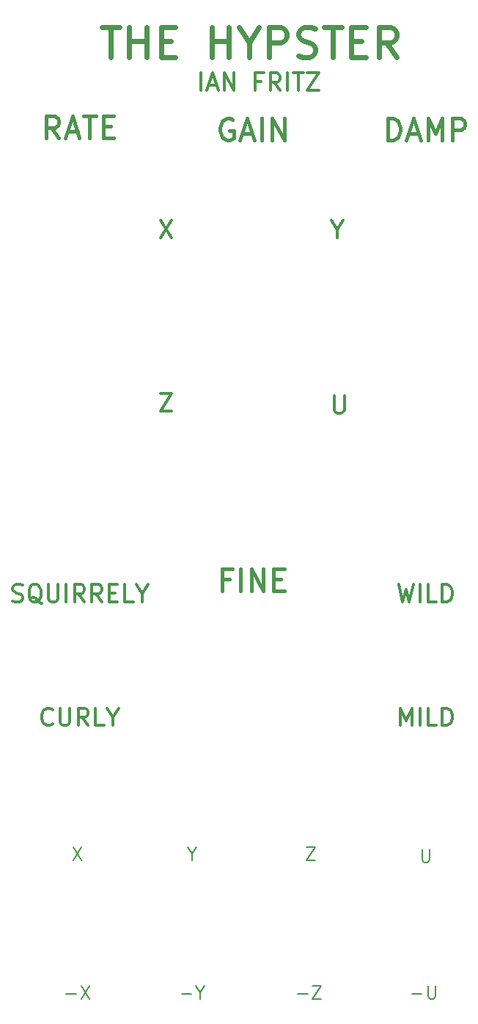
<source format=gbr>
G04 #@! TF.GenerationSoftware,KiCad,Pcbnew,(5.1.5-0)*
G04 #@! TF.CreationDate,2021-01-12T22:37:55-08:00*
G04 #@! TF.ProjectId,hypster,68797073-7465-4722-9e6b-696361645f70,rev?*
G04 #@! TF.SameCoordinates,Original*
G04 #@! TF.FileFunction,Legend,Top*
G04 #@! TF.FilePolarity,Positive*
%FSLAX46Y46*%
G04 Gerber Fmt 4.6, Leading zero omitted, Abs format (unit mm)*
G04 Created by KiCad (PCBNEW (5.1.5-0)) date 2021-01-12 22:37:55*
%MOMM*%
%LPD*%
G04 APERTURE LIST*
%ADD10C,0.200000*%
%ADD11C,0.300000*%
%ADD12C,0.600000*%
%ADD13C,0.400000*%
G04 APERTURE END LIST*
D10*
X8714285Y-363107142D02*
X9857142Y-363107142D01*
X10428571Y-362178571D02*
X11428571Y-363678571D01*
X11428571Y-362178571D02*
X10428571Y-363678571D01*
X22035714Y-363107142D02*
X23178571Y-363107142D01*
X24178571Y-362964285D02*
X24178571Y-363678571D01*
X23678571Y-362178571D02*
X24178571Y-362964285D01*
X24678571Y-362178571D01*
X35464285Y-363107142D02*
X36607142Y-363107142D01*
X37178571Y-362178571D02*
X38178571Y-362178571D01*
X37178571Y-363678571D01*
X38178571Y-363678571D01*
X48642857Y-363107142D02*
X49785714Y-363107142D01*
X50500000Y-362178571D02*
X50500000Y-363392857D01*
X50571428Y-363535714D01*
X50642857Y-363607142D01*
X50785714Y-363678571D01*
X51071428Y-363678571D01*
X51214285Y-363607142D01*
X51285714Y-363535714D01*
X51357142Y-363392857D01*
X51357142Y-362178571D01*
X49821428Y-346428571D02*
X49821428Y-347642857D01*
X49892857Y-347785714D01*
X49964285Y-347857142D01*
X50107142Y-347928571D01*
X50392857Y-347928571D01*
X50535714Y-347857142D01*
X50607142Y-347785714D01*
X50678571Y-347642857D01*
X50678571Y-346428571D01*
X36500000Y-346178571D02*
X37500000Y-346178571D01*
X36500000Y-347678571D01*
X37500000Y-347678571D01*
X23250000Y-346964285D02*
X23250000Y-347678571D01*
X22750000Y-346178571D02*
X23250000Y-346964285D01*
X23750000Y-346178571D01*
X9500000Y-346178571D02*
X10500000Y-347678571D01*
X10500000Y-346178571D02*
X9500000Y-347678571D01*
D11*
X47297619Y-332154761D02*
X47297619Y-330154761D01*
X47964285Y-331583333D01*
X48630952Y-330154761D01*
X48630952Y-332154761D01*
X49583333Y-332154761D02*
X49583333Y-330154761D01*
X51488095Y-332154761D02*
X50535714Y-332154761D01*
X50535714Y-330154761D01*
X52154761Y-332154761D02*
X52154761Y-330154761D01*
X52630952Y-330154761D01*
X52916666Y-330250000D01*
X53107142Y-330440476D01*
X53202380Y-330630952D01*
X53297619Y-331011904D01*
X53297619Y-331297619D01*
X53202380Y-331678571D01*
X53107142Y-331869047D01*
X52916666Y-332059523D01*
X52630952Y-332154761D01*
X52154761Y-332154761D01*
X7154761Y-331964285D02*
X7059523Y-332059523D01*
X6773809Y-332154761D01*
X6583333Y-332154761D01*
X6297619Y-332059523D01*
X6107142Y-331869047D01*
X6011904Y-331678571D01*
X5916666Y-331297619D01*
X5916666Y-331011904D01*
X6011904Y-330630952D01*
X6107142Y-330440476D01*
X6297619Y-330250000D01*
X6583333Y-330154761D01*
X6773809Y-330154761D01*
X7059523Y-330250000D01*
X7154761Y-330345238D01*
X8011904Y-330154761D02*
X8011904Y-331773809D01*
X8107142Y-331964285D01*
X8202380Y-332059523D01*
X8392857Y-332154761D01*
X8773809Y-332154761D01*
X8964285Y-332059523D01*
X9059523Y-331964285D01*
X9154761Y-331773809D01*
X9154761Y-330154761D01*
X11250000Y-332154761D02*
X10583333Y-331202380D01*
X10107142Y-332154761D02*
X10107142Y-330154761D01*
X10869047Y-330154761D01*
X11059523Y-330250000D01*
X11154761Y-330345238D01*
X11250000Y-330535714D01*
X11250000Y-330821428D01*
X11154761Y-331011904D01*
X11059523Y-331107142D01*
X10869047Y-331202380D01*
X10107142Y-331202380D01*
X13059523Y-332154761D02*
X12107142Y-332154761D01*
X12107142Y-330154761D01*
X14107142Y-331202380D02*
X14107142Y-332154761D01*
X13440476Y-330154761D02*
X14107142Y-331202380D01*
X14773809Y-330154761D01*
X2535714Y-317809523D02*
X2821428Y-317904761D01*
X3297619Y-317904761D01*
X3488095Y-317809523D01*
X3583333Y-317714285D01*
X3678571Y-317523809D01*
X3678571Y-317333333D01*
X3583333Y-317142857D01*
X3488095Y-317047619D01*
X3297619Y-316952380D01*
X2916666Y-316857142D01*
X2726190Y-316761904D01*
X2630952Y-316666666D01*
X2535714Y-316476190D01*
X2535714Y-316285714D01*
X2630952Y-316095238D01*
X2726190Y-316000000D01*
X2916666Y-315904761D01*
X3392857Y-315904761D01*
X3678571Y-316000000D01*
X5869047Y-318095238D02*
X5678571Y-318000000D01*
X5488095Y-317809523D01*
X5202380Y-317523809D01*
X5011904Y-317428571D01*
X4821428Y-317428571D01*
X4916666Y-317904761D02*
X4726190Y-317809523D01*
X4535714Y-317619047D01*
X4440476Y-317238095D01*
X4440476Y-316571428D01*
X4535714Y-316190476D01*
X4726190Y-316000000D01*
X4916666Y-315904761D01*
X5297619Y-315904761D01*
X5488095Y-316000000D01*
X5678571Y-316190476D01*
X5773809Y-316571428D01*
X5773809Y-317238095D01*
X5678571Y-317619047D01*
X5488095Y-317809523D01*
X5297619Y-317904761D01*
X4916666Y-317904761D01*
X6630952Y-315904761D02*
X6630952Y-317523809D01*
X6726190Y-317714285D01*
X6821428Y-317809523D01*
X7011904Y-317904761D01*
X7392857Y-317904761D01*
X7583333Y-317809523D01*
X7678571Y-317714285D01*
X7773809Y-317523809D01*
X7773809Y-315904761D01*
X8726190Y-317904761D02*
X8726190Y-315904761D01*
X10821428Y-317904761D02*
X10154761Y-316952380D01*
X9678571Y-317904761D02*
X9678571Y-315904761D01*
X10440476Y-315904761D01*
X10630952Y-316000000D01*
X10726190Y-316095238D01*
X10821428Y-316285714D01*
X10821428Y-316571428D01*
X10726190Y-316761904D01*
X10630952Y-316857142D01*
X10440476Y-316952380D01*
X9678571Y-316952380D01*
X12821428Y-317904761D02*
X12154761Y-316952380D01*
X11678571Y-317904761D02*
X11678571Y-315904761D01*
X12440476Y-315904761D01*
X12630952Y-316000000D01*
X12726190Y-316095238D01*
X12821428Y-316285714D01*
X12821428Y-316571428D01*
X12726190Y-316761904D01*
X12630952Y-316857142D01*
X12440476Y-316952380D01*
X11678571Y-316952380D01*
X13678571Y-316857142D02*
X14345238Y-316857142D01*
X14630952Y-317904761D02*
X13678571Y-317904761D01*
X13678571Y-315904761D01*
X14630952Y-315904761D01*
X16440476Y-317904761D02*
X15488095Y-317904761D01*
X15488095Y-315904761D01*
X17488095Y-316952380D02*
X17488095Y-317904761D01*
X16821428Y-315904761D02*
X17488095Y-316952380D01*
X18154761Y-315904761D01*
X19583333Y-293904761D02*
X20916666Y-293904761D01*
X19583333Y-295904761D01*
X20916666Y-295904761D01*
X19583333Y-273904761D02*
X20916666Y-275904761D01*
X20916666Y-273904761D02*
X19583333Y-275904761D01*
X40000000Y-274952380D02*
X40000000Y-275904761D01*
X39333333Y-273904761D02*
X40000000Y-274952380D01*
X40666666Y-273904761D01*
X39678571Y-294154761D02*
X39678571Y-295773809D01*
X39773809Y-295964285D01*
X39869047Y-296059523D01*
X40059523Y-296154761D01*
X40440476Y-296154761D01*
X40630952Y-296059523D01*
X40726190Y-295964285D01*
X40821428Y-295773809D01*
X40821428Y-294154761D01*
X47107142Y-315904761D02*
X47583333Y-317904761D01*
X47964285Y-316476190D01*
X48345238Y-317904761D01*
X48821428Y-315904761D01*
X49583333Y-317904761D02*
X49583333Y-315904761D01*
X51488095Y-317904761D02*
X50535714Y-317904761D01*
X50535714Y-315904761D01*
X52154761Y-317904761D02*
X52154761Y-315904761D01*
X52630952Y-315904761D01*
X52916666Y-316000000D01*
X53107142Y-316190476D01*
X53202380Y-316380952D01*
X53297619Y-316761904D01*
X53297619Y-317047619D01*
X53202380Y-317428571D01*
X53107142Y-317619047D01*
X52916666Y-317809523D01*
X52630952Y-317904761D01*
X52154761Y-317904761D01*
X24285714Y-258904761D02*
X24285714Y-256904761D01*
X25142857Y-258333333D02*
X26095238Y-258333333D01*
X24952380Y-258904761D02*
X25619047Y-256904761D01*
X26285714Y-258904761D01*
X26952380Y-258904761D02*
X26952380Y-256904761D01*
X28095238Y-258904761D01*
X28095238Y-256904761D01*
X31238095Y-257857142D02*
X30571428Y-257857142D01*
X30571428Y-258904761D02*
X30571428Y-256904761D01*
X31523809Y-256904761D01*
X33428571Y-258904761D02*
X32761904Y-257952380D01*
X32285714Y-258904761D02*
X32285714Y-256904761D01*
X33047619Y-256904761D01*
X33238095Y-257000000D01*
X33333333Y-257095238D01*
X33428571Y-257285714D01*
X33428571Y-257571428D01*
X33333333Y-257761904D01*
X33238095Y-257857142D01*
X33047619Y-257952380D01*
X32285714Y-257952380D01*
X34285714Y-258904761D02*
X34285714Y-256904761D01*
X34952380Y-256904761D02*
X36095238Y-256904761D01*
X35523809Y-258904761D02*
X35523809Y-256904761D01*
X36571428Y-256904761D02*
X37904761Y-256904761D01*
X36571428Y-258904761D01*
X37904761Y-258904761D01*
D12*
X12833333Y-251583333D02*
X14833333Y-251583333D01*
X13833333Y-255083333D02*
X13833333Y-251583333D01*
X16000000Y-255083333D02*
X16000000Y-251583333D01*
X16000000Y-253250000D02*
X18000000Y-253250000D01*
X18000000Y-255083333D02*
X18000000Y-251583333D01*
X19666666Y-253250000D02*
X20833333Y-253250000D01*
X21333333Y-255083333D02*
X19666666Y-255083333D01*
X19666666Y-251583333D01*
X21333333Y-251583333D01*
X25500000Y-255083333D02*
X25500000Y-251583333D01*
X25500000Y-253250000D02*
X27499999Y-253250000D01*
X27499999Y-255083333D02*
X27499999Y-251583333D01*
X29833333Y-253416666D02*
X29833333Y-255083333D01*
X28666666Y-251583333D02*
X29833333Y-253416666D01*
X30999999Y-251583333D01*
X32166666Y-255083333D02*
X32166666Y-251583333D01*
X33499999Y-251583333D01*
X33833333Y-251750000D01*
X34000000Y-251916666D01*
X34166666Y-252250000D01*
X34166666Y-252750000D01*
X34000000Y-253083333D01*
X33833333Y-253250000D01*
X33499999Y-253416666D01*
X32166666Y-253416666D01*
X35500000Y-254916666D02*
X36000000Y-255083333D01*
X36833333Y-255083333D01*
X37166666Y-254916666D01*
X37333333Y-254750000D01*
X37500000Y-254416666D01*
X37500000Y-254083333D01*
X37333333Y-253750000D01*
X37166666Y-253583333D01*
X36833333Y-253416666D01*
X36166666Y-253250000D01*
X35833333Y-253083333D01*
X35666666Y-252916666D01*
X35500000Y-252583333D01*
X35500000Y-252250000D01*
X35666666Y-251916666D01*
X35833333Y-251750000D01*
X36166666Y-251583333D01*
X37000000Y-251583333D01*
X37500000Y-251750000D01*
X38499999Y-251583333D02*
X40499999Y-251583333D01*
X39499999Y-255083333D02*
X39499999Y-251583333D01*
X41666666Y-253250000D02*
X42833333Y-253250000D01*
X43333333Y-255083333D02*
X41666666Y-255083333D01*
X41666666Y-251583333D01*
X43333333Y-251583333D01*
X46833333Y-255083333D02*
X45666666Y-253416666D01*
X44833333Y-255083333D02*
X44833333Y-251583333D01*
X46166666Y-251583333D01*
X46499999Y-251750000D01*
X46666666Y-251916666D01*
X46833333Y-252250000D01*
X46833333Y-252750000D01*
X46666666Y-253083333D01*
X46499999Y-253250000D01*
X46166666Y-253416666D01*
X44833333Y-253416666D01*
D13*
X27571428Y-315321428D02*
X26738095Y-315321428D01*
X26738095Y-316630952D02*
X26738095Y-314130952D01*
X27928571Y-314130952D01*
X28880952Y-316630952D02*
X28880952Y-314130952D01*
X30071428Y-316630952D02*
X30071428Y-314130952D01*
X31500000Y-316630952D01*
X31500000Y-314130952D01*
X32690476Y-315321428D02*
X33523809Y-315321428D01*
X33880952Y-316630952D02*
X32690476Y-316630952D01*
X32690476Y-314130952D01*
X33880952Y-314130952D01*
X45845238Y-264630952D02*
X45845238Y-262130952D01*
X46440476Y-262130952D01*
X46797619Y-262250000D01*
X47035714Y-262488095D01*
X47154761Y-262726190D01*
X47273809Y-263202380D01*
X47273809Y-263559523D01*
X47154761Y-264035714D01*
X47035714Y-264273809D01*
X46797619Y-264511904D01*
X46440476Y-264630952D01*
X45845238Y-264630952D01*
X48226190Y-263916666D02*
X49416666Y-263916666D01*
X47988095Y-264630952D02*
X48821428Y-262130952D01*
X49654761Y-264630952D01*
X50488095Y-264630952D02*
X50488095Y-262130952D01*
X51321428Y-263916666D01*
X52154761Y-262130952D01*
X52154761Y-264630952D01*
X53345238Y-264630952D02*
X53345238Y-262130952D01*
X54297619Y-262130952D01*
X54535714Y-262250000D01*
X54654761Y-262369047D01*
X54773809Y-262607142D01*
X54773809Y-262964285D01*
X54654761Y-263202380D01*
X54535714Y-263321428D01*
X54297619Y-263440476D01*
X53345238Y-263440476D01*
X27928571Y-262250000D02*
X27690476Y-262130952D01*
X27333333Y-262130952D01*
X26976190Y-262250000D01*
X26738095Y-262488095D01*
X26619047Y-262726190D01*
X26500000Y-263202380D01*
X26500000Y-263559523D01*
X26619047Y-264035714D01*
X26738095Y-264273809D01*
X26976190Y-264511904D01*
X27333333Y-264630952D01*
X27571428Y-264630952D01*
X27928571Y-264511904D01*
X28047619Y-264392857D01*
X28047619Y-263559523D01*
X27571428Y-263559523D01*
X29000000Y-263916666D02*
X30190476Y-263916666D01*
X28761904Y-264630952D02*
X29595238Y-262130952D01*
X30428571Y-264630952D01*
X31261904Y-264630952D02*
X31261904Y-262130952D01*
X32452380Y-264630952D02*
X32452380Y-262130952D01*
X33880952Y-264630952D01*
X33880952Y-262130952D01*
X7869047Y-264380952D02*
X7035714Y-263190476D01*
X6440476Y-264380952D02*
X6440476Y-261880952D01*
X7392857Y-261880952D01*
X7630952Y-262000000D01*
X7750000Y-262119047D01*
X7869047Y-262357142D01*
X7869047Y-262714285D01*
X7750000Y-262952380D01*
X7630952Y-263071428D01*
X7392857Y-263190476D01*
X6440476Y-263190476D01*
X8821428Y-263666666D02*
X10011904Y-263666666D01*
X8583333Y-264380952D02*
X9416666Y-261880952D01*
X10250000Y-264380952D01*
X10726190Y-261880952D02*
X12154761Y-261880952D01*
X11440476Y-264380952D02*
X11440476Y-261880952D01*
X12988095Y-263071428D02*
X13821428Y-263071428D01*
X14178571Y-264380952D02*
X12988095Y-264380952D01*
X12988095Y-261880952D01*
X14178571Y-261880952D01*
M02*

</source>
